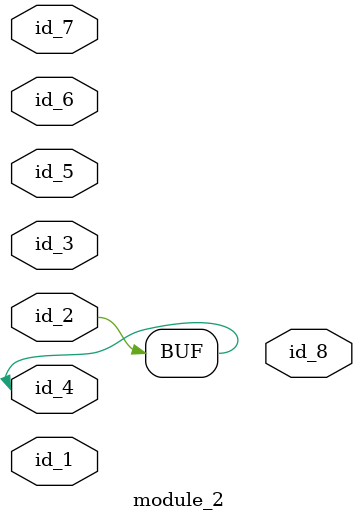
<source format=v>
module module_0 (
    id_1,
    id_2,
    id_3
);
  inout wire id_3;
  inout wire id_2;
  output wire id_1;
  wire id_4;
  module_2 modCall_1 (
      id_3,
      id_3,
      id_4,
      id_3,
      id_3,
      id_4,
      id_3,
      id_2
  );
  assign id_3 = 1 - 1;
  wire id_5;
endmodule
module module_1 (
    id_1,
    id_2,
    id_3,
    id_4
);
  inout wire id_4;
  output wire id_3;
  output wire id_2;
  inout wire id_1;
  wire id_5;
  module_0 modCall_1 (
      id_4,
      id_4,
      id_5
  );
endmodule
module module_2 (
    id_1,
    id_2,
    id_3,
    id_4,
    id_5,
    id_6,
    id_7,
    id_8
);
  output wire id_8;
  input wire id_7;
  input wire id_6;
  input wire id_5;
  inout wire id_4;
  input wire id_3;
  inout wire id_2;
  input wire id_1;
  assign id_2 = id_4;
endmodule

</source>
